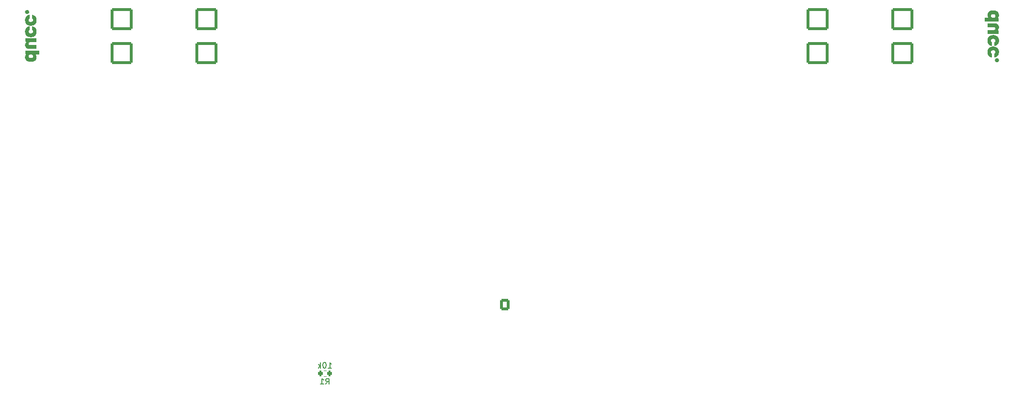
<source format=gbo>
G04 #@! TF.GenerationSoftware,KiCad,Pcbnew,7.0.9*
G04 #@! TF.CreationDate,2023-12-19T12:28:51+08:00*
G04 #@! TF.ProjectId,layer2,6c617965-7232-42e6-9b69-6361645f7063,rev?*
G04 #@! TF.SameCoordinates,Original*
G04 #@! TF.FileFunction,Legend,Bot*
G04 #@! TF.FilePolarity,Positive*
%FSLAX46Y46*%
G04 Gerber Fmt 4.6, Leading zero omitted, Abs format (unit mm)*
G04 Created by KiCad (PCBNEW 7.0.9) date 2023-12-19 12:28:51*
%MOMM*%
%LPD*%
G01*
G04 APERTURE LIST*
G04 Aperture macros list*
%AMRoundRect*
0 Rectangle with rounded corners*
0 $1 Rounding radius*
0 $2 $3 $4 $5 $6 $7 $8 $9 X,Y pos of 4 corners*
0 Add a 4 corners polygon primitive as box body*
4,1,4,$2,$3,$4,$5,$6,$7,$8,$9,$2,$3,0*
0 Add four circle primitives for the rounded corners*
1,1,$1+$1,$2,$3*
1,1,$1+$1,$4,$5*
1,1,$1+$1,$6,$7*
1,1,$1+$1,$8,$9*
0 Add four rect primitives between the rounded corners*
20,1,$1+$1,$2,$3,$4,$5,0*
20,1,$1+$1,$4,$5,$6,$7,0*
20,1,$1+$1,$6,$7,$8,$9,0*
20,1,$1+$1,$8,$9,$2,$3,0*%
%AMHorizOval*
0 Thick line with rounded ends*
0 $1 width*
0 $2 $3 position (X,Y) of the first rounded end (center of the circle)*
0 $4 $5 position (X,Y) of the second rounded end (center of the circle)*
0 Add line between two ends*
20,1,$1,$2,$3,$4,$5,0*
0 Add two circle primitives to create the rounded ends*
1,1,$1,$2,$3*
1,1,$1,$4,$5*%
%AMRotRect*
0 Rectangle, with rotation*
0 The origin of the aperture is its center*
0 $1 length*
0 $2 width*
0 $3 Rotation angle, in degrees counterclockwise*
0 Add horizontal line*
21,1,$1,$2,0,0,$3*%
G04 Aperture macros list end*
%ADD10C,0.250000*%
%ADD11C,0.150000*%
%ADD12C,0.120000*%
%ADD13RotRect,3.000000X3.000000X302.700000*%
%ADD14C,3.000000*%
%ADD15RoundRect,0.250000X-0.600000X-0.750000X0.600000X-0.750000X0.600000X0.750000X-0.600000X0.750000X0*%
%ADD16O,1.700000X2.000000*%
%ADD17RoundRect,0.249999X-1.950001X-1.950001X1.950001X-1.950001X1.950001X1.950001X-1.950001X1.950001X0*%
%ADD18RoundRect,0.250002X-1.699998X-1.699998X1.699998X-1.699998X1.699998X1.699998X-1.699998X1.699998X0*%
%ADD19RoundRect,0.250000X0.285967X-0.896576X0.934238X0.113249X-0.285967X0.896576X-0.934238X-0.113249X0*%
%ADD20HorizOval,1.700000X-0.105190X0.067528X0.105190X-0.067528X0*%
%ADD21C,6.400000*%
%ADD22R,3.000000X3.000000*%
%ADD23C,4.400000*%
%ADD24C,1.400000*%
%ADD25R,3.500000X3.500000*%
%ADD26C,3.500000*%
%ADD27RoundRect,0.200000X-0.200000X-0.275000X0.200000X-0.275000X0.200000X0.275000X-0.200000X0.275000X0*%
G04 APERTURE END LIST*
D10*
G36*
X21463546Y-108255756D02*
G01*
X20771414Y-108253953D01*
X20772449Y-108254892D01*
X20792713Y-108275157D01*
X20812024Y-108297062D01*
X20830380Y-108320609D01*
X20847782Y-108345796D01*
X20864231Y-108372625D01*
X20879725Y-108401095D01*
X20890719Y-108423524D01*
X20901177Y-108446876D01*
X20907758Y-108462721D01*
X20916833Y-108486658D01*
X20924953Y-108510799D01*
X20932117Y-108535144D01*
X20938326Y-108559693D01*
X20943580Y-108584445D01*
X20947879Y-108609402D01*
X20951222Y-108634563D01*
X20953611Y-108659928D01*
X20955043Y-108685496D01*
X20955521Y-108711269D01*
X20954496Y-108759261D01*
X20951419Y-108805999D01*
X20946290Y-108851482D01*
X20939111Y-108895710D01*
X20929880Y-108938684D01*
X20918598Y-108980403D01*
X20905265Y-109020868D01*
X20889881Y-109060078D01*
X20872445Y-109098033D01*
X20852958Y-109134734D01*
X20831420Y-109170180D01*
X20807831Y-109204372D01*
X20782190Y-109237309D01*
X20754498Y-109268991D01*
X20724755Y-109299419D01*
X20692960Y-109328592D01*
X20676364Y-109342642D01*
X20641826Y-109369404D01*
X20605495Y-109394382D01*
X20567371Y-109417575D01*
X20527452Y-109438985D01*
X20485740Y-109458610D01*
X20442234Y-109476451D01*
X20396935Y-109492508D01*
X20373613Y-109499868D01*
X20349842Y-109506781D01*
X20325623Y-109513249D01*
X20300955Y-109519270D01*
X20275839Y-109524845D01*
X20250275Y-109529975D01*
X20224262Y-109534658D01*
X20197801Y-109538895D01*
X20170891Y-109542687D01*
X20143533Y-109546032D01*
X20115726Y-109548931D01*
X20087472Y-109551384D01*
X20058768Y-109553391D01*
X20029617Y-109554952D01*
X20000016Y-109556067D01*
X19969968Y-109556736D01*
X19939471Y-109556959D01*
X19908973Y-109556736D01*
X19878923Y-109556067D01*
X19849320Y-109554952D01*
X19820164Y-109553391D01*
X19791455Y-109551384D01*
X19763194Y-109548931D01*
X19735380Y-109546032D01*
X19708013Y-109542687D01*
X19681093Y-109538895D01*
X19654620Y-109534658D01*
X19628595Y-109529975D01*
X19603017Y-109524845D01*
X19577886Y-109519270D01*
X19553202Y-109513249D01*
X19528966Y-109506781D01*
X19505177Y-109499868D01*
X19458940Y-109484703D01*
X19414492Y-109467754D01*
X19371833Y-109449020D01*
X19330963Y-109428503D01*
X19291881Y-109406202D01*
X19254589Y-109382116D01*
X19219086Y-109356246D01*
X19185371Y-109328592D01*
X19153651Y-109299419D01*
X19123976Y-109268991D01*
X19096349Y-109237309D01*
X19070768Y-109204372D01*
X19047233Y-109170180D01*
X19025745Y-109134734D01*
X19006303Y-109098033D01*
X18988908Y-109060078D01*
X18973560Y-109020868D01*
X18960257Y-108980403D01*
X18949002Y-108938684D01*
X18939793Y-108895710D01*
X18932630Y-108851482D01*
X18927514Y-108805999D01*
X18924444Y-108759261D01*
X18923421Y-108711269D01*
X18924260Y-108672309D01*
X18926779Y-108634504D01*
X18930977Y-108597853D01*
X18935552Y-108570218D01*
X19548682Y-108570218D01*
X19549071Y-108587783D01*
X19551112Y-108613307D01*
X19554903Y-108637843D01*
X19562679Y-108669022D01*
X19573565Y-108698446D01*
X19587561Y-108726114D01*
X19604667Y-108752027D01*
X19624884Y-108776184D01*
X19648211Y-108798585D01*
X19661084Y-108809011D01*
X19681726Y-108823388D01*
X19703967Y-108836252D01*
X19727808Y-108847603D01*
X19753248Y-108857440D01*
X19780287Y-108865764D01*
X19808925Y-108872574D01*
X19839163Y-108877871D01*
X19870999Y-108881654D01*
X19904436Y-108883924D01*
X19939471Y-108884681D01*
X19963003Y-108884345D01*
X19996960Y-108882579D01*
X20029306Y-108879300D01*
X20060043Y-108874508D01*
X20089170Y-108868202D01*
X20116686Y-108860383D01*
X20142593Y-108851050D01*
X20166890Y-108840204D01*
X20189577Y-108827844D01*
X20210653Y-108813972D01*
X20230120Y-108798585D01*
X20248016Y-108781949D01*
X20269139Y-108758230D01*
X20287133Y-108732757D01*
X20301997Y-108705527D01*
X20313733Y-108676543D01*
X20322338Y-108645802D01*
X20326739Y-108621595D01*
X20329379Y-108596401D01*
X20330259Y-108570218D01*
X20329379Y-108544145D01*
X20326739Y-108519049D01*
X20322338Y-108494929D01*
X20313733Y-108464289D01*
X20301997Y-108435386D01*
X20287133Y-108408218D01*
X20269139Y-108382788D01*
X20248016Y-108359093D01*
X20230120Y-108342462D01*
X20217321Y-108331962D01*
X20196781Y-108317483D01*
X20174631Y-108304528D01*
X20150871Y-108293097D01*
X20125501Y-108283190D01*
X20098521Y-108274807D01*
X20069931Y-108267949D01*
X20039731Y-108262614D01*
X20007921Y-108258804D01*
X19974501Y-108256518D01*
X19939471Y-108255756D01*
X19915936Y-108256094D01*
X19881967Y-108257873D01*
X19849597Y-108261175D01*
X19818826Y-108266001D01*
X19789655Y-108272352D01*
X19762083Y-108280226D01*
X19736110Y-108289625D01*
X19711736Y-108300548D01*
X19688962Y-108312995D01*
X19667787Y-108326967D01*
X19648211Y-108342462D01*
X19630424Y-108359093D01*
X19609430Y-108382788D01*
X19591546Y-108408218D01*
X19576772Y-108435386D01*
X19565108Y-108464289D01*
X19556555Y-108494929D01*
X19552181Y-108519049D01*
X19549557Y-108544145D01*
X19548682Y-108570218D01*
X18935552Y-108570218D01*
X18936854Y-108562357D01*
X18944410Y-108528015D01*
X18953646Y-108494827D01*
X18964560Y-108462794D01*
X18977154Y-108431916D01*
X18991427Y-108402192D01*
X19007379Y-108373622D01*
X19025010Y-108346207D01*
X19044321Y-108319946D01*
X19065310Y-108294839D01*
X19087979Y-108270887D01*
X19112327Y-108248090D01*
X19132411Y-108231388D01*
X18962500Y-108180651D01*
X18962500Y-107583477D01*
X21463546Y-107583477D01*
X21463546Y-108255756D01*
G37*
G36*
X18923421Y-106576586D02*
G01*
X18924113Y-106608296D01*
X18926190Y-106639770D01*
X18929651Y-106671007D01*
X18934497Y-106702009D01*
X18940728Y-106732774D01*
X18948343Y-106763303D01*
X18957343Y-106793596D01*
X18967728Y-106823653D01*
X18979497Y-106853474D01*
X18992651Y-106883058D01*
X19002189Y-106902650D01*
X19017822Y-106931383D01*
X19035183Y-106959194D01*
X19054272Y-106986080D01*
X19075090Y-107012044D01*
X19097635Y-107037085D01*
X19121909Y-107061203D01*
X19147910Y-107084398D01*
X19175640Y-107106669D01*
X19205097Y-107128018D01*
X19225696Y-107141738D01*
X19247062Y-107155047D01*
X19258033Y-107161548D01*
X19280538Y-107173970D01*
X19303781Y-107185590D01*
X19327764Y-107196410D01*
X19352487Y-107206427D01*
X19377948Y-107215644D01*
X19404150Y-107224059D01*
X19431090Y-107231672D01*
X19458770Y-107238484D01*
X19487190Y-107244495D01*
X19516349Y-107249704D01*
X19546247Y-107254112D01*
X19576885Y-107257718D01*
X19608262Y-107260523D01*
X19640378Y-107262527D01*
X19673234Y-107263729D01*
X19706830Y-107264130D01*
X20916442Y-107264130D01*
X20916442Y-106591851D01*
X19827119Y-106591851D01*
X19802266Y-106591250D01*
X19770882Y-106588579D01*
X19741501Y-106583770D01*
X19714124Y-106576825D01*
X19688750Y-106567742D01*
X19665380Y-106556522D01*
X19644014Y-106543165D01*
X19624651Y-106527671D01*
X19620123Y-106523463D01*
X19603379Y-106505594D01*
X19585589Y-106481083D01*
X19571287Y-106454157D01*
X19562357Y-106430878D01*
X19555659Y-106406053D01*
X19551194Y-106379682D01*
X19548961Y-106351766D01*
X19548682Y-106337228D01*
X19549799Y-106308568D01*
X19553147Y-106281510D01*
X19558729Y-106256056D01*
X19566543Y-106232204D01*
X19579449Y-106204643D01*
X19595845Y-106179587D01*
X19615728Y-106157035D01*
X19620123Y-106152825D01*
X19638985Y-106137083D01*
X19659851Y-106123439D01*
X19682720Y-106111895D01*
X19707593Y-106102450D01*
X19734469Y-106095103D01*
X19763349Y-106089856D01*
X19794232Y-106086707D01*
X19818710Y-106085724D01*
X19827119Y-106085658D01*
X20916442Y-106085658D01*
X20916442Y-105413990D01*
X18962500Y-105413990D01*
X18962500Y-106010553D01*
X19138354Y-106063676D01*
X19138354Y-106057570D01*
X19112327Y-106083139D01*
X19087979Y-106109624D01*
X19065310Y-106137025D01*
X19044321Y-106165342D01*
X19025010Y-106194575D01*
X19007379Y-106224724D01*
X18991427Y-106255788D01*
X18977154Y-106287769D01*
X18964560Y-106320665D01*
X18953646Y-106354478D01*
X18944410Y-106389206D01*
X18936854Y-106424850D01*
X18930977Y-106461410D01*
X18926779Y-106498886D01*
X18924260Y-106537278D01*
X18923421Y-106576586D01*
G37*
G36*
X18923421Y-104195829D02*
G01*
X18923678Y-104225194D01*
X18924451Y-104254137D01*
X18925739Y-104282658D01*
X18927542Y-104310757D01*
X18929861Y-104338433D01*
X18932694Y-104365687D01*
X18936043Y-104392520D01*
X18939907Y-104418930D01*
X18944286Y-104444917D01*
X18949181Y-104470483D01*
X18954590Y-104495626D01*
X18960515Y-104520348D01*
X18966955Y-104544647D01*
X18973910Y-104568524D01*
X18981381Y-104591978D01*
X18997867Y-104637621D01*
X19016414Y-104681575D01*
X19037022Y-104723841D01*
X19059691Y-104764417D01*
X19084421Y-104803306D01*
X19111211Y-104840505D01*
X19140062Y-104876015D01*
X19170974Y-104909837D01*
X19187203Y-104926115D01*
X19221053Y-104957170D01*
X19256659Y-104986222D01*
X19294021Y-105013270D01*
X19333138Y-105038314D01*
X19374011Y-105061355D01*
X19416639Y-105082392D01*
X19461022Y-105101426D01*
X19483872Y-105110192D01*
X19507161Y-105118456D01*
X19530889Y-105126220D01*
X19555056Y-105133483D01*
X19579661Y-105140245D01*
X19604706Y-105146506D01*
X19630189Y-105152266D01*
X19656111Y-105157526D01*
X19682472Y-105162284D01*
X19709272Y-105166542D01*
X19736511Y-105170298D01*
X19764188Y-105173554D01*
X19792305Y-105176309D01*
X19820860Y-105178563D01*
X19849855Y-105180316D01*
X19879288Y-105181568D01*
X19909160Y-105182320D01*
X19939471Y-105182570D01*
X19969782Y-105182320D01*
X19999654Y-105181568D01*
X20029087Y-105180316D01*
X20058081Y-105178563D01*
X20086637Y-105176309D01*
X20114753Y-105173554D01*
X20142431Y-105170298D01*
X20169670Y-105166542D01*
X20196470Y-105162284D01*
X20222831Y-105157526D01*
X20248753Y-105152266D01*
X20274236Y-105146506D01*
X20299281Y-105140245D01*
X20323886Y-105133483D01*
X20348053Y-105126220D01*
X20371781Y-105118456D01*
X20395070Y-105110192D01*
X20417920Y-105101426D01*
X20462303Y-105082392D01*
X20504931Y-105061355D01*
X20545804Y-105038314D01*
X20584921Y-105013270D01*
X20622282Y-104986222D01*
X20657888Y-104957170D01*
X20691739Y-104926115D01*
X20723681Y-104893138D01*
X20753563Y-104858471D01*
X20781384Y-104822116D01*
X20807144Y-104784073D01*
X20830843Y-104744340D01*
X20852481Y-104702919D01*
X20872059Y-104659809D01*
X20889576Y-104615011D01*
X20905032Y-104568524D01*
X20911987Y-104544647D01*
X20918427Y-104520348D01*
X20924352Y-104495626D01*
X20929761Y-104470483D01*
X20934656Y-104444917D01*
X20939035Y-104418930D01*
X20942899Y-104392520D01*
X20946248Y-104365687D01*
X20949081Y-104338433D01*
X20951400Y-104310757D01*
X20953203Y-104282658D01*
X20954491Y-104254137D01*
X20955264Y-104225194D01*
X20955521Y-104195829D01*
X20955056Y-104158577D01*
X20953661Y-104122079D01*
X20951335Y-104086335D01*
X20948079Y-104051344D01*
X20943893Y-104017107D01*
X20938777Y-103983624D01*
X20932731Y-103950894D01*
X20925754Y-103918919D01*
X20917847Y-103887697D01*
X20909010Y-103857228D01*
X20899243Y-103827514D01*
X20888545Y-103798553D01*
X20876917Y-103770346D01*
X20864359Y-103742892D01*
X20850871Y-103716192D01*
X20836453Y-103690246D01*
X20821328Y-103665061D01*
X20805722Y-103640644D01*
X20789634Y-103616995D01*
X20773064Y-103594114D01*
X20756012Y-103572001D01*
X20738479Y-103550656D01*
X20720464Y-103530079D01*
X20701967Y-103510270D01*
X20682988Y-103491229D01*
X20663527Y-103472956D01*
X20643584Y-103455451D01*
X20623160Y-103438714D01*
X20602254Y-103422746D01*
X20580866Y-103407545D01*
X20558996Y-103393112D01*
X20536645Y-103379447D01*
X20513895Y-103366458D01*
X20490830Y-103354050D01*
X20467450Y-103342224D01*
X20443756Y-103330980D01*
X20419747Y-103320319D01*
X20395423Y-103310239D01*
X20370784Y-103300741D01*
X20345830Y-103291825D01*
X20320561Y-103283491D01*
X20294978Y-103275739D01*
X20269079Y-103268570D01*
X20242866Y-103261982D01*
X20216338Y-103255976D01*
X20189495Y-103250552D01*
X20162338Y-103245710D01*
X20134865Y-103241450D01*
X20134865Y-103910065D01*
X20159766Y-103921733D01*
X20182874Y-103934146D01*
X20204188Y-103947302D01*
X20228308Y-103964795D01*
X20249626Y-103983450D01*
X20268141Y-104003268D01*
X20283853Y-104024248D01*
X20297222Y-104047063D01*
X20308325Y-104072381D01*
X20317162Y-104100205D01*
X20322601Y-104124266D01*
X20326589Y-104149931D01*
X20329126Y-104177198D01*
X20330214Y-104206069D01*
X20330259Y-104213537D01*
X20328695Y-104244907D01*
X20324001Y-104274903D01*
X20316177Y-104303525D01*
X20305225Y-104330773D01*
X20291142Y-104356648D01*
X20273931Y-104381148D01*
X20253590Y-104404275D01*
X20230120Y-104426028D01*
X20210653Y-104441087D01*
X20189577Y-104454664D01*
X20166890Y-104466761D01*
X20142593Y-104477376D01*
X20116686Y-104486510D01*
X20089170Y-104494163D01*
X20060043Y-104500335D01*
X20029306Y-104505025D01*
X19996960Y-104508234D01*
X19963003Y-104509962D01*
X19939471Y-104510292D01*
X19904436Y-104509551D01*
X19870999Y-104507329D01*
X19839163Y-104503626D01*
X19808925Y-104498442D01*
X19780287Y-104491777D01*
X19753248Y-104483630D01*
X19727808Y-104474002D01*
X19703967Y-104462893D01*
X19681726Y-104450303D01*
X19661084Y-104436232D01*
X19648211Y-104426028D01*
X19624884Y-104404275D01*
X19604667Y-104381148D01*
X19587561Y-104356648D01*
X19573565Y-104330773D01*
X19562679Y-104303525D01*
X19554903Y-104274903D01*
X19550237Y-104244907D01*
X19548682Y-104213537D01*
X19549398Y-104184266D01*
X19551545Y-104156597D01*
X19555122Y-104130532D01*
X19560131Y-104106070D01*
X19568405Y-104077746D01*
X19578915Y-104051926D01*
X19591660Y-104028611D01*
X19594478Y-104024248D01*
X19610366Y-104003268D01*
X19629027Y-103983450D01*
X19650461Y-103964795D01*
X19674668Y-103947302D01*
X19696029Y-103934146D01*
X19719166Y-103921733D01*
X19744077Y-103910065D01*
X19744077Y-103241450D01*
X19716604Y-103245710D01*
X19689446Y-103250552D01*
X19662603Y-103255976D01*
X19636075Y-103261982D01*
X19609862Y-103268570D01*
X19583964Y-103275739D01*
X19558380Y-103283491D01*
X19533112Y-103291825D01*
X19508158Y-103300741D01*
X19483519Y-103310239D01*
X19459195Y-103320319D01*
X19435186Y-103330980D01*
X19411491Y-103342224D01*
X19388112Y-103354050D01*
X19365047Y-103366458D01*
X19342297Y-103379447D01*
X19319946Y-103393112D01*
X19298076Y-103407545D01*
X19276688Y-103422746D01*
X19255782Y-103438714D01*
X19235357Y-103455451D01*
X19215415Y-103472956D01*
X19195954Y-103491229D01*
X19176975Y-103510270D01*
X19158478Y-103530079D01*
X19140463Y-103550656D01*
X19122929Y-103572001D01*
X19105878Y-103594114D01*
X19089308Y-103616995D01*
X19073220Y-103640644D01*
X19057613Y-103665061D01*
X19042489Y-103690246D01*
X19028071Y-103716192D01*
X19014582Y-103742892D01*
X19002024Y-103770346D01*
X18990397Y-103798553D01*
X18979699Y-103827514D01*
X18969932Y-103857228D01*
X18961095Y-103887697D01*
X18953188Y-103918919D01*
X18946211Y-103950894D01*
X18940165Y-103983624D01*
X18935048Y-104017107D01*
X18930862Y-104051344D01*
X18927607Y-104086335D01*
X18925281Y-104122079D01*
X18923886Y-104158577D01*
X18923421Y-104195829D01*
G37*
G36*
X18923421Y-102166171D02*
G01*
X18923678Y-102195536D01*
X18924451Y-102224479D01*
X18925739Y-102253000D01*
X18927542Y-102281099D01*
X18929861Y-102308775D01*
X18932694Y-102336029D01*
X18936043Y-102362862D01*
X18939907Y-102389271D01*
X18944286Y-102415259D01*
X18949181Y-102440825D01*
X18954590Y-102465968D01*
X18960515Y-102490690D01*
X18966955Y-102514989D01*
X18973910Y-102538865D01*
X18981381Y-102562320D01*
X18997867Y-102607963D01*
X19016414Y-102651917D01*
X19037022Y-102694183D01*
X19059691Y-102734759D01*
X19084421Y-102773647D01*
X19111211Y-102810847D01*
X19140062Y-102846357D01*
X19170974Y-102880179D01*
X19187203Y-102896457D01*
X19221053Y-102927512D01*
X19256659Y-102956564D01*
X19294021Y-102983612D01*
X19333138Y-103008656D01*
X19374011Y-103031697D01*
X19416639Y-103052734D01*
X19461022Y-103071768D01*
X19483872Y-103080534D01*
X19507161Y-103088798D01*
X19530889Y-103096562D01*
X19555056Y-103103825D01*
X19579661Y-103110587D01*
X19604706Y-103116848D01*
X19630189Y-103122608D01*
X19656111Y-103127868D01*
X19682472Y-103132626D01*
X19709272Y-103136884D01*
X19736511Y-103140640D01*
X19764188Y-103143896D01*
X19792305Y-103146651D01*
X19820860Y-103148905D01*
X19849855Y-103150658D01*
X19879288Y-103151910D01*
X19909160Y-103152662D01*
X19939471Y-103152912D01*
X19969782Y-103152662D01*
X19999654Y-103151910D01*
X20029087Y-103150658D01*
X20058081Y-103148905D01*
X20086637Y-103146651D01*
X20114753Y-103143896D01*
X20142431Y-103140640D01*
X20169670Y-103136884D01*
X20196470Y-103132626D01*
X20222831Y-103127868D01*
X20248753Y-103122608D01*
X20274236Y-103116848D01*
X20299281Y-103110587D01*
X20323886Y-103103825D01*
X20348053Y-103096562D01*
X20371781Y-103088798D01*
X20395070Y-103080534D01*
X20417920Y-103071768D01*
X20462303Y-103052734D01*
X20504931Y-103031697D01*
X20545804Y-103008656D01*
X20584921Y-102983612D01*
X20622282Y-102956564D01*
X20657888Y-102927512D01*
X20691739Y-102896457D01*
X20723681Y-102863479D01*
X20753563Y-102828813D01*
X20781384Y-102792458D01*
X20807144Y-102754415D01*
X20830843Y-102714682D01*
X20852481Y-102673261D01*
X20872059Y-102630151D01*
X20889576Y-102585353D01*
X20905032Y-102538865D01*
X20911987Y-102514989D01*
X20918427Y-102490690D01*
X20924352Y-102465968D01*
X20929761Y-102440825D01*
X20934656Y-102415259D01*
X20939035Y-102389271D01*
X20942899Y-102362862D01*
X20946248Y-102336029D01*
X20949081Y-102308775D01*
X20951400Y-102281099D01*
X20953203Y-102253000D01*
X20954491Y-102224479D01*
X20955264Y-102195536D01*
X20955521Y-102166171D01*
X20955056Y-102128919D01*
X20953661Y-102092421D01*
X20951335Y-102056677D01*
X20948079Y-102021686D01*
X20943893Y-101987449D01*
X20938777Y-101953966D01*
X20932731Y-101921236D01*
X20925754Y-101889261D01*
X20917847Y-101858039D01*
X20909010Y-101827570D01*
X20899243Y-101797856D01*
X20888545Y-101768895D01*
X20876917Y-101740687D01*
X20864359Y-101713234D01*
X20850871Y-101686534D01*
X20836453Y-101660588D01*
X20821328Y-101635403D01*
X20805722Y-101610986D01*
X20789634Y-101587337D01*
X20773064Y-101564456D01*
X20756012Y-101542343D01*
X20738479Y-101520998D01*
X20720464Y-101500421D01*
X20701967Y-101480612D01*
X20682988Y-101461571D01*
X20663527Y-101443298D01*
X20643584Y-101425793D01*
X20623160Y-101409056D01*
X20602254Y-101393087D01*
X20580866Y-101377887D01*
X20558996Y-101363454D01*
X20536645Y-101349789D01*
X20513895Y-101336799D01*
X20490830Y-101324392D01*
X20467450Y-101312566D01*
X20443756Y-101301322D01*
X20419747Y-101290660D01*
X20395423Y-101280581D01*
X20370784Y-101271083D01*
X20345830Y-101262167D01*
X20320561Y-101253833D01*
X20294978Y-101246081D01*
X20269079Y-101238912D01*
X20242866Y-101232324D01*
X20216338Y-101226318D01*
X20189495Y-101220894D01*
X20162338Y-101216052D01*
X20134865Y-101211792D01*
X20134865Y-101880407D01*
X20159766Y-101892075D01*
X20182874Y-101904488D01*
X20204188Y-101917644D01*
X20228308Y-101935137D01*
X20249626Y-101953792D01*
X20268141Y-101973610D01*
X20283853Y-101994590D01*
X20297222Y-102017405D01*
X20308325Y-102042723D01*
X20317162Y-102070546D01*
X20322601Y-102094608D01*
X20326589Y-102120273D01*
X20329126Y-102147540D01*
X20330214Y-102176411D01*
X20330259Y-102183879D01*
X20328695Y-102215248D01*
X20324001Y-102245245D01*
X20316177Y-102273867D01*
X20305225Y-102301115D01*
X20291142Y-102326990D01*
X20273931Y-102351490D01*
X20253590Y-102374617D01*
X20230120Y-102396370D01*
X20210653Y-102411429D01*
X20189577Y-102425006D01*
X20166890Y-102437103D01*
X20142593Y-102447718D01*
X20116686Y-102456852D01*
X20089170Y-102464505D01*
X20060043Y-102470677D01*
X20029306Y-102475367D01*
X19996960Y-102478576D01*
X19963003Y-102480304D01*
X19939471Y-102480634D01*
X19904436Y-102479893D01*
X19870999Y-102477671D01*
X19839163Y-102473968D01*
X19808925Y-102468784D01*
X19780287Y-102462119D01*
X19753248Y-102453972D01*
X19727808Y-102444344D01*
X19703967Y-102433235D01*
X19681726Y-102420645D01*
X19661084Y-102406574D01*
X19648211Y-102396370D01*
X19624884Y-102374617D01*
X19604667Y-102351490D01*
X19587561Y-102326990D01*
X19573565Y-102301115D01*
X19562679Y-102273867D01*
X19554903Y-102245245D01*
X19550237Y-102215248D01*
X19548682Y-102183879D01*
X19549398Y-102154608D01*
X19551545Y-102126939D01*
X19555122Y-102100874D01*
X19560131Y-102076412D01*
X19568405Y-102048088D01*
X19578915Y-102022268D01*
X19591660Y-101998953D01*
X19594478Y-101994590D01*
X19610366Y-101973610D01*
X19629027Y-101953792D01*
X19650461Y-101935137D01*
X19674668Y-101917644D01*
X19696029Y-101904488D01*
X19719166Y-101892075D01*
X19744077Y-101880407D01*
X19744077Y-101211792D01*
X19716604Y-101216052D01*
X19689446Y-101220894D01*
X19662603Y-101226318D01*
X19636075Y-101232324D01*
X19609862Y-101238912D01*
X19583964Y-101246081D01*
X19558380Y-101253833D01*
X19533112Y-101262167D01*
X19508158Y-101271083D01*
X19483519Y-101280581D01*
X19459195Y-101290660D01*
X19435186Y-101301322D01*
X19411491Y-101312566D01*
X19388112Y-101324392D01*
X19365047Y-101336799D01*
X19342297Y-101349789D01*
X19319946Y-101363454D01*
X19298076Y-101377887D01*
X19276688Y-101393087D01*
X19255782Y-101409056D01*
X19235357Y-101425793D01*
X19215415Y-101443298D01*
X19195954Y-101461571D01*
X19176975Y-101480612D01*
X19158478Y-101500421D01*
X19140463Y-101520998D01*
X19122929Y-101542343D01*
X19105878Y-101564456D01*
X19089308Y-101587337D01*
X19073220Y-101610986D01*
X19057613Y-101635403D01*
X19042489Y-101660588D01*
X19028071Y-101686534D01*
X19014582Y-101713234D01*
X19002024Y-101740687D01*
X18990397Y-101768895D01*
X18979699Y-101797856D01*
X18969932Y-101827570D01*
X18961095Y-101858039D01*
X18953188Y-101889261D01*
X18946211Y-101921236D01*
X18940165Y-101953966D01*
X18935048Y-101987449D01*
X18930862Y-102021686D01*
X18927607Y-102056677D01*
X18925281Y-102092421D01*
X18923886Y-102128919D01*
X18923421Y-102166171D01*
G37*
G36*
X18923421Y-100736129D02*
G01*
X18924295Y-100761741D01*
X18926920Y-100786826D01*
X18931294Y-100811386D01*
X18937417Y-100835419D01*
X18945290Y-100858927D01*
X18954912Y-100881909D01*
X18966284Y-100904365D01*
X18979406Y-100926295D01*
X18994277Y-100947699D01*
X19010897Y-100968577D01*
X19022950Y-100982204D01*
X19042182Y-101001409D01*
X19062327Y-101018726D01*
X19083384Y-101034153D01*
X19105353Y-101047691D01*
X19128235Y-101059341D01*
X19152029Y-101069101D01*
X19176735Y-101076972D01*
X19202354Y-101082954D01*
X19228885Y-101087047D01*
X19256328Y-101089251D01*
X19275130Y-101089671D01*
X19303177Y-101088726D01*
X19330300Y-101085892D01*
X19356500Y-101081170D01*
X19381777Y-101074558D01*
X19406131Y-101066057D01*
X19429561Y-101055667D01*
X19452069Y-101043388D01*
X19473654Y-101029220D01*
X19494316Y-101013163D01*
X19514054Y-100995217D01*
X19526700Y-100982204D01*
X19544597Y-100961676D01*
X19560732Y-100940623D01*
X19575108Y-100919043D01*
X19587723Y-100896938D01*
X19598578Y-100874307D01*
X19607673Y-100851150D01*
X19615007Y-100827467D01*
X19620581Y-100803258D01*
X19624395Y-100778523D01*
X19626449Y-100753262D01*
X19626840Y-100736129D01*
X19625960Y-100710523D01*
X19623320Y-100685453D01*
X19618919Y-100660921D01*
X19612758Y-100636924D01*
X19604837Y-100613465D01*
X19595155Y-100590542D01*
X19583714Y-100568156D01*
X19570512Y-100546307D01*
X19555549Y-100524994D01*
X19538827Y-100504218D01*
X19526700Y-100490665D01*
X19507577Y-100471350D01*
X19487531Y-100453936D01*
X19466562Y-100438421D01*
X19444669Y-100424805D01*
X19421854Y-100413090D01*
X19398115Y-100403274D01*
X19373454Y-100395358D01*
X19347869Y-100389342D01*
X19321361Y-100385226D01*
X19293930Y-100383010D01*
X19275130Y-100382588D01*
X19247079Y-100383537D01*
X19219940Y-100386387D01*
X19193713Y-100391137D01*
X19168398Y-100397786D01*
X19143996Y-100406335D01*
X19120506Y-100416784D01*
X19097928Y-100429133D01*
X19076263Y-100443381D01*
X19055510Y-100459529D01*
X19035670Y-100477577D01*
X19022950Y-100490665D01*
X19005163Y-100511083D01*
X18989125Y-100532038D01*
X18974837Y-100553530D01*
X18962299Y-100575558D01*
X18951510Y-100598123D01*
X18942471Y-100621225D01*
X18935181Y-100644864D01*
X18929641Y-100669039D01*
X18925851Y-100693750D01*
X18923809Y-100718999D01*
X18923421Y-100736129D01*
G37*
G36*
X190091026Y-100443263D02*
G01*
X190121076Y-100443932D01*
X190150679Y-100445047D01*
X190179835Y-100446608D01*
X190208544Y-100448615D01*
X190236805Y-100451068D01*
X190264619Y-100453967D01*
X190291986Y-100457312D01*
X190318906Y-100461104D01*
X190345379Y-100465341D01*
X190371404Y-100470024D01*
X190396982Y-100475154D01*
X190422113Y-100480729D01*
X190446797Y-100486750D01*
X190471033Y-100493218D01*
X190494822Y-100500131D01*
X190541059Y-100515296D01*
X190585507Y-100532245D01*
X190628166Y-100550979D01*
X190669036Y-100571496D01*
X190708118Y-100593797D01*
X190745410Y-100617883D01*
X190780913Y-100643753D01*
X190814628Y-100671407D01*
X190846348Y-100700580D01*
X190876023Y-100731008D01*
X190903650Y-100762690D01*
X190929231Y-100795627D01*
X190952766Y-100829819D01*
X190974254Y-100865265D01*
X190993696Y-100901966D01*
X191011091Y-100939921D01*
X191026439Y-100979131D01*
X191039742Y-101019596D01*
X191050997Y-101061315D01*
X191060206Y-101104289D01*
X191067369Y-101148517D01*
X191072485Y-101194000D01*
X191075555Y-101240738D01*
X191076578Y-101288730D01*
X191075739Y-101327690D01*
X191073220Y-101365495D01*
X191069022Y-101402146D01*
X191063145Y-101437642D01*
X191055589Y-101471984D01*
X191046353Y-101505172D01*
X191035439Y-101537205D01*
X191022845Y-101568083D01*
X191008572Y-101597807D01*
X190992620Y-101626377D01*
X190974989Y-101653792D01*
X190955678Y-101680053D01*
X190934689Y-101705160D01*
X190912020Y-101729112D01*
X190887672Y-101751909D01*
X190867587Y-101768610D01*
X191037500Y-101819348D01*
X191037500Y-102416522D01*
X188536453Y-102416522D01*
X188536453Y-101744243D01*
X189228584Y-101746045D01*
X189227550Y-101745107D01*
X189207286Y-101724842D01*
X189187975Y-101702937D01*
X189169619Y-101679390D01*
X189152217Y-101654203D01*
X189135768Y-101627374D01*
X189120274Y-101598904D01*
X189109280Y-101576475D01*
X189098822Y-101553123D01*
X189092241Y-101537278D01*
X189083166Y-101513341D01*
X189075046Y-101489200D01*
X189067882Y-101464855D01*
X189061673Y-101440306D01*
X189059439Y-101429781D01*
X189669740Y-101429781D01*
X189670620Y-101455854D01*
X189673260Y-101480950D01*
X189677661Y-101505070D01*
X189686266Y-101535710D01*
X189698002Y-101564613D01*
X189712866Y-101591781D01*
X189730860Y-101617211D01*
X189751983Y-101640906D01*
X189769879Y-101657537D01*
X189782678Y-101668037D01*
X189803218Y-101682516D01*
X189825368Y-101695471D01*
X189849128Y-101706902D01*
X189874498Y-101716809D01*
X189901478Y-101725192D01*
X189930068Y-101732050D01*
X189960268Y-101737385D01*
X189992078Y-101741195D01*
X190025498Y-101743481D01*
X190060528Y-101744243D01*
X190084063Y-101743905D01*
X190118032Y-101742126D01*
X190150402Y-101738824D01*
X190181173Y-101733998D01*
X190210344Y-101727647D01*
X190237916Y-101719773D01*
X190263889Y-101710374D01*
X190288263Y-101699451D01*
X190311037Y-101687004D01*
X190332212Y-101673032D01*
X190351788Y-101657537D01*
X190369575Y-101640906D01*
X190390569Y-101617211D01*
X190408453Y-101591781D01*
X190423227Y-101564613D01*
X190434891Y-101535710D01*
X190443444Y-101505070D01*
X190447818Y-101480950D01*
X190450442Y-101455854D01*
X190451317Y-101429781D01*
X190450928Y-101412216D01*
X190448887Y-101386692D01*
X190445096Y-101362156D01*
X190437320Y-101330977D01*
X190426434Y-101301553D01*
X190412438Y-101273885D01*
X190395332Y-101247972D01*
X190375115Y-101223815D01*
X190351788Y-101201414D01*
X190338915Y-101190988D01*
X190318273Y-101176611D01*
X190296032Y-101163747D01*
X190272191Y-101152396D01*
X190246751Y-101142559D01*
X190219712Y-101134235D01*
X190191074Y-101127425D01*
X190160836Y-101122128D01*
X190129000Y-101118345D01*
X190095563Y-101116075D01*
X190060528Y-101115318D01*
X190036996Y-101115654D01*
X190003039Y-101117420D01*
X189970693Y-101120699D01*
X189939956Y-101125491D01*
X189910829Y-101131797D01*
X189883313Y-101139616D01*
X189857406Y-101148949D01*
X189833109Y-101159795D01*
X189810422Y-101172155D01*
X189789346Y-101186027D01*
X189769879Y-101201414D01*
X189751983Y-101218050D01*
X189730860Y-101241769D01*
X189712866Y-101267242D01*
X189698002Y-101294472D01*
X189686266Y-101323456D01*
X189677661Y-101354197D01*
X189673260Y-101378404D01*
X189670620Y-101403598D01*
X189669740Y-101429781D01*
X189059439Y-101429781D01*
X189056419Y-101415554D01*
X189052120Y-101390597D01*
X189048777Y-101365436D01*
X189046388Y-101340071D01*
X189044956Y-101314503D01*
X189044478Y-101288730D01*
X189045503Y-101240738D01*
X189048580Y-101194000D01*
X189053709Y-101148517D01*
X189060888Y-101104289D01*
X189070119Y-101061315D01*
X189081401Y-101019596D01*
X189094734Y-100979131D01*
X189110118Y-100939921D01*
X189127554Y-100901966D01*
X189147041Y-100865265D01*
X189168579Y-100829819D01*
X189192168Y-100795627D01*
X189217809Y-100762690D01*
X189245501Y-100731008D01*
X189275244Y-100700580D01*
X189307039Y-100671407D01*
X189323635Y-100657357D01*
X189358173Y-100630595D01*
X189394504Y-100605617D01*
X189432628Y-100582424D01*
X189472547Y-100561014D01*
X189514259Y-100541389D01*
X189557765Y-100523548D01*
X189603064Y-100507491D01*
X189626386Y-100500131D01*
X189650157Y-100493218D01*
X189674376Y-100486750D01*
X189699044Y-100480729D01*
X189724160Y-100475154D01*
X189749724Y-100470024D01*
X189775737Y-100465341D01*
X189802198Y-100461104D01*
X189829108Y-100457312D01*
X189856466Y-100453967D01*
X189884273Y-100451068D01*
X189912527Y-100448615D01*
X189941231Y-100446608D01*
X189970382Y-100445047D01*
X189999983Y-100443932D01*
X190030031Y-100443263D01*
X190060528Y-100443040D01*
X190091026Y-100443263D01*
G37*
G36*
X191076578Y-103423413D02*
G01*
X191075886Y-103391703D01*
X191073809Y-103360229D01*
X191070348Y-103328992D01*
X191065502Y-103297990D01*
X191059271Y-103267225D01*
X191051656Y-103236696D01*
X191042656Y-103206403D01*
X191032271Y-103176346D01*
X191020502Y-103146525D01*
X191007348Y-103116941D01*
X190997810Y-103097349D01*
X190982177Y-103068616D01*
X190964816Y-103040805D01*
X190945727Y-103013919D01*
X190924909Y-102987955D01*
X190902364Y-102962914D01*
X190878090Y-102938796D01*
X190852089Y-102915601D01*
X190824359Y-102893330D01*
X190794902Y-102871981D01*
X190774303Y-102858261D01*
X190752937Y-102844952D01*
X190741966Y-102838451D01*
X190719461Y-102826029D01*
X190696218Y-102814409D01*
X190672235Y-102803589D01*
X190647512Y-102793572D01*
X190622051Y-102784355D01*
X190595849Y-102775940D01*
X190568909Y-102768327D01*
X190541229Y-102761515D01*
X190512809Y-102755504D01*
X190483650Y-102750295D01*
X190453752Y-102745887D01*
X190423114Y-102742281D01*
X190391737Y-102739476D01*
X190359621Y-102737472D01*
X190326765Y-102736270D01*
X190293169Y-102735869D01*
X189083557Y-102735869D01*
X189083557Y-103408148D01*
X190172880Y-103408148D01*
X190197733Y-103408749D01*
X190229117Y-103411420D01*
X190258498Y-103416229D01*
X190285875Y-103423174D01*
X190311249Y-103432257D01*
X190334619Y-103443477D01*
X190355985Y-103456834D01*
X190375348Y-103472328D01*
X190379876Y-103476536D01*
X190396620Y-103494405D01*
X190414410Y-103518916D01*
X190428712Y-103545842D01*
X190437642Y-103569121D01*
X190444340Y-103593946D01*
X190448805Y-103620317D01*
X190451038Y-103648233D01*
X190451317Y-103662771D01*
X190450200Y-103691431D01*
X190446852Y-103718489D01*
X190441270Y-103743943D01*
X190433456Y-103767795D01*
X190420550Y-103795356D01*
X190404154Y-103820412D01*
X190384271Y-103842964D01*
X190379876Y-103847174D01*
X190361014Y-103862916D01*
X190340148Y-103876560D01*
X190317279Y-103888104D01*
X190292406Y-103897549D01*
X190265530Y-103904896D01*
X190236650Y-103910143D01*
X190205767Y-103913292D01*
X190181289Y-103914275D01*
X190172880Y-103914341D01*
X189083557Y-103914341D01*
X189083557Y-104586009D01*
X191037500Y-104586009D01*
X191037500Y-103989446D01*
X190861645Y-103936323D01*
X190861645Y-103942429D01*
X190887672Y-103916860D01*
X190912020Y-103890375D01*
X190934689Y-103862974D01*
X190955678Y-103834657D01*
X190974989Y-103805424D01*
X190992620Y-103775275D01*
X191008572Y-103744211D01*
X191022845Y-103712230D01*
X191035439Y-103679334D01*
X191046353Y-103645521D01*
X191055589Y-103610793D01*
X191063145Y-103575149D01*
X191069022Y-103538589D01*
X191073220Y-103501113D01*
X191075739Y-103462721D01*
X191076578Y-103423413D01*
G37*
G36*
X191076578Y-105804170D02*
G01*
X191076321Y-105774805D01*
X191075548Y-105745862D01*
X191074260Y-105717341D01*
X191072457Y-105689242D01*
X191070138Y-105661566D01*
X191067305Y-105634312D01*
X191063956Y-105607479D01*
X191060092Y-105581069D01*
X191055713Y-105555082D01*
X191050818Y-105529516D01*
X191045409Y-105504373D01*
X191039484Y-105479651D01*
X191033044Y-105455352D01*
X191026089Y-105431475D01*
X191018618Y-105408021D01*
X191002132Y-105362378D01*
X190983585Y-105318424D01*
X190962977Y-105276158D01*
X190940308Y-105235582D01*
X190915578Y-105196693D01*
X190888788Y-105159494D01*
X190859937Y-105123984D01*
X190829025Y-105090162D01*
X190812796Y-105073884D01*
X190778946Y-105042829D01*
X190743340Y-105013777D01*
X190705978Y-104986729D01*
X190666861Y-104961685D01*
X190625988Y-104938644D01*
X190583360Y-104917607D01*
X190538977Y-104898573D01*
X190516127Y-104889807D01*
X190492838Y-104881543D01*
X190469110Y-104873779D01*
X190444943Y-104866516D01*
X190420338Y-104859754D01*
X190395293Y-104853493D01*
X190369810Y-104847733D01*
X190343888Y-104842473D01*
X190317527Y-104837715D01*
X190290727Y-104833457D01*
X190263488Y-104829701D01*
X190235811Y-104826445D01*
X190207694Y-104823690D01*
X190179139Y-104821436D01*
X190150144Y-104819683D01*
X190120711Y-104818431D01*
X190090839Y-104817679D01*
X190060528Y-104817429D01*
X190030217Y-104817679D01*
X190000345Y-104818431D01*
X189970912Y-104819683D01*
X189941918Y-104821436D01*
X189913362Y-104823690D01*
X189885246Y-104826445D01*
X189857568Y-104829701D01*
X189830329Y-104833457D01*
X189803529Y-104837715D01*
X189777168Y-104842473D01*
X189751246Y-104847733D01*
X189725763Y-104853493D01*
X189700718Y-104859754D01*
X189676113Y-104866516D01*
X189651946Y-104873779D01*
X189628218Y-104881543D01*
X189604929Y-104889807D01*
X189582079Y-104898573D01*
X189537696Y-104917607D01*
X189495068Y-104938644D01*
X189454195Y-104961685D01*
X189415078Y-104986729D01*
X189377717Y-105013777D01*
X189342111Y-105042829D01*
X189308260Y-105073884D01*
X189276318Y-105106861D01*
X189246436Y-105141528D01*
X189218615Y-105177883D01*
X189192855Y-105215926D01*
X189169156Y-105255659D01*
X189147518Y-105297080D01*
X189127940Y-105340190D01*
X189110423Y-105384988D01*
X189094967Y-105431475D01*
X189088012Y-105455352D01*
X189081572Y-105479651D01*
X189075647Y-105504373D01*
X189070238Y-105529516D01*
X189065343Y-105555082D01*
X189060964Y-105581069D01*
X189057100Y-105607479D01*
X189053751Y-105634312D01*
X189050918Y-105661566D01*
X189048599Y-105689242D01*
X189046796Y-105717341D01*
X189045508Y-105745862D01*
X189044735Y-105774805D01*
X189044478Y-105804170D01*
X189044943Y-105841422D01*
X189046338Y-105877920D01*
X189048664Y-105913664D01*
X189051920Y-105948655D01*
X189056106Y-105982892D01*
X189061222Y-106016375D01*
X189067268Y-106049105D01*
X189074245Y-106081080D01*
X189082152Y-106112302D01*
X189090989Y-106142771D01*
X189100756Y-106172485D01*
X189111454Y-106201446D01*
X189123082Y-106229653D01*
X189135640Y-106257107D01*
X189149128Y-106283807D01*
X189163546Y-106309753D01*
X189178671Y-106334938D01*
X189194277Y-106359355D01*
X189210365Y-106383004D01*
X189226935Y-106405885D01*
X189243987Y-106427998D01*
X189261520Y-106449343D01*
X189279535Y-106469920D01*
X189298032Y-106489729D01*
X189317011Y-106508770D01*
X189336472Y-106527043D01*
X189356415Y-106544548D01*
X189376839Y-106561285D01*
X189397745Y-106577253D01*
X189419133Y-106592454D01*
X189441003Y-106606887D01*
X189463354Y-106620552D01*
X189486104Y-106633541D01*
X189509169Y-106645949D01*
X189532549Y-106657775D01*
X189556243Y-106669019D01*
X189580252Y-106679680D01*
X189604576Y-106689760D01*
X189629215Y-106699258D01*
X189654169Y-106708174D01*
X189679438Y-106716508D01*
X189705021Y-106724260D01*
X189730920Y-106731429D01*
X189757133Y-106738017D01*
X189783661Y-106744023D01*
X189810504Y-106749447D01*
X189837661Y-106754289D01*
X189865134Y-106758549D01*
X189865134Y-106089934D01*
X189840233Y-106078266D01*
X189817125Y-106065853D01*
X189795811Y-106052697D01*
X189771691Y-106035204D01*
X189750373Y-106016549D01*
X189731858Y-105996731D01*
X189716146Y-105975751D01*
X189702777Y-105952936D01*
X189691674Y-105927618D01*
X189682837Y-105899794D01*
X189677398Y-105875733D01*
X189673410Y-105850068D01*
X189670873Y-105822801D01*
X189669785Y-105793930D01*
X189669740Y-105786462D01*
X189671304Y-105755092D01*
X189675998Y-105725096D01*
X189683822Y-105696474D01*
X189694774Y-105669226D01*
X189708857Y-105643351D01*
X189726068Y-105618851D01*
X189746409Y-105595724D01*
X189769879Y-105573971D01*
X189789346Y-105558912D01*
X189810422Y-105545335D01*
X189833109Y-105533238D01*
X189857406Y-105522623D01*
X189883313Y-105513489D01*
X189910829Y-105505836D01*
X189939956Y-105499664D01*
X189970693Y-105494974D01*
X190003039Y-105491765D01*
X190036996Y-105490037D01*
X190060528Y-105489707D01*
X190095563Y-105490448D01*
X190129000Y-105492670D01*
X190160836Y-105496373D01*
X190191074Y-105501557D01*
X190219712Y-105508222D01*
X190246751Y-105516369D01*
X190272191Y-105525997D01*
X190296032Y-105537106D01*
X190318273Y-105549696D01*
X190338915Y-105563767D01*
X190351788Y-105573971D01*
X190375115Y-105595724D01*
X190395332Y-105618851D01*
X190412438Y-105643351D01*
X190426434Y-105669226D01*
X190437320Y-105696474D01*
X190445096Y-105725096D01*
X190449762Y-105755092D01*
X190451317Y-105786462D01*
X190450601Y-105815733D01*
X190448454Y-105843402D01*
X190444877Y-105869467D01*
X190439868Y-105893929D01*
X190431594Y-105922253D01*
X190421084Y-105948073D01*
X190408339Y-105971388D01*
X190405521Y-105975751D01*
X190389633Y-105996731D01*
X190370972Y-106016549D01*
X190349538Y-106035204D01*
X190325331Y-106052697D01*
X190303970Y-106065853D01*
X190280833Y-106078266D01*
X190255922Y-106089934D01*
X190255922Y-106758549D01*
X190283395Y-106754289D01*
X190310553Y-106749447D01*
X190337396Y-106744023D01*
X190363924Y-106738017D01*
X190390137Y-106731429D01*
X190416035Y-106724260D01*
X190441619Y-106716508D01*
X190466887Y-106708174D01*
X190491841Y-106699258D01*
X190516480Y-106689760D01*
X190540804Y-106679680D01*
X190564813Y-106669019D01*
X190588508Y-106657775D01*
X190611887Y-106645949D01*
X190634952Y-106633541D01*
X190657702Y-106620552D01*
X190680053Y-106606887D01*
X190701923Y-106592454D01*
X190723311Y-106577253D01*
X190744217Y-106561285D01*
X190764642Y-106544548D01*
X190784584Y-106527043D01*
X190804045Y-106508770D01*
X190823024Y-106489729D01*
X190841521Y-106469920D01*
X190859536Y-106449343D01*
X190877070Y-106427998D01*
X190894121Y-106405885D01*
X190910691Y-106383004D01*
X190926779Y-106359355D01*
X190942386Y-106334938D01*
X190957510Y-106309753D01*
X190971928Y-106283807D01*
X190985417Y-106257107D01*
X190997975Y-106229653D01*
X191009602Y-106201446D01*
X191020300Y-106172485D01*
X191030067Y-106142771D01*
X191038904Y-106112302D01*
X191046811Y-106081080D01*
X191053788Y-106049105D01*
X191059834Y-106016375D01*
X191064951Y-105982892D01*
X191069137Y-105948655D01*
X191072392Y-105913664D01*
X191074718Y-105877920D01*
X191076113Y-105841422D01*
X191076578Y-105804170D01*
G37*
G36*
X191076578Y-107833828D02*
G01*
X191076321Y-107804463D01*
X191075548Y-107775520D01*
X191074260Y-107746999D01*
X191072457Y-107718900D01*
X191070138Y-107691224D01*
X191067305Y-107663970D01*
X191063956Y-107637137D01*
X191060092Y-107610728D01*
X191055713Y-107584740D01*
X191050818Y-107559174D01*
X191045409Y-107534031D01*
X191039484Y-107509309D01*
X191033044Y-107485010D01*
X191026089Y-107461134D01*
X191018618Y-107437679D01*
X191002132Y-107392036D01*
X190983585Y-107348082D01*
X190962977Y-107305816D01*
X190940308Y-107265240D01*
X190915578Y-107226352D01*
X190888788Y-107189152D01*
X190859937Y-107153642D01*
X190829025Y-107119820D01*
X190812796Y-107103542D01*
X190778946Y-107072487D01*
X190743340Y-107043435D01*
X190705978Y-107016387D01*
X190666861Y-106991343D01*
X190625988Y-106968302D01*
X190583360Y-106947265D01*
X190538977Y-106928231D01*
X190516127Y-106919465D01*
X190492838Y-106911201D01*
X190469110Y-106903437D01*
X190444943Y-106896174D01*
X190420338Y-106889412D01*
X190395293Y-106883151D01*
X190369810Y-106877391D01*
X190343888Y-106872131D01*
X190317527Y-106867373D01*
X190290727Y-106863115D01*
X190263488Y-106859359D01*
X190235811Y-106856103D01*
X190207694Y-106853348D01*
X190179139Y-106851094D01*
X190150144Y-106849341D01*
X190120711Y-106848089D01*
X190090839Y-106847337D01*
X190060528Y-106847087D01*
X190030217Y-106847337D01*
X190000345Y-106848089D01*
X189970912Y-106849341D01*
X189941918Y-106851094D01*
X189913362Y-106853348D01*
X189885246Y-106856103D01*
X189857568Y-106859359D01*
X189830329Y-106863115D01*
X189803529Y-106867373D01*
X189777168Y-106872131D01*
X189751246Y-106877391D01*
X189725763Y-106883151D01*
X189700718Y-106889412D01*
X189676113Y-106896174D01*
X189651946Y-106903437D01*
X189628218Y-106911201D01*
X189604929Y-106919465D01*
X189582079Y-106928231D01*
X189537696Y-106947265D01*
X189495068Y-106968302D01*
X189454195Y-106991343D01*
X189415078Y-107016387D01*
X189377717Y-107043435D01*
X189342111Y-107072487D01*
X189308260Y-107103542D01*
X189276318Y-107136520D01*
X189246436Y-107171186D01*
X189218615Y-107207541D01*
X189192855Y-107245584D01*
X189169156Y-107285317D01*
X189147518Y-107326738D01*
X189127940Y-107369848D01*
X189110423Y-107414646D01*
X189094967Y-107461134D01*
X189088012Y-107485010D01*
X189081572Y-107509309D01*
X189075647Y-107534031D01*
X189070238Y-107559174D01*
X189065343Y-107584740D01*
X189060964Y-107610728D01*
X189057100Y-107637137D01*
X189053751Y-107663970D01*
X189050918Y-107691224D01*
X189048599Y-107718900D01*
X189046796Y-107746999D01*
X189045508Y-107775520D01*
X189044735Y-107804463D01*
X189044478Y-107833828D01*
X189044943Y-107871080D01*
X189046338Y-107907578D01*
X189048664Y-107943322D01*
X189051920Y-107978313D01*
X189056106Y-108012550D01*
X189061222Y-108046033D01*
X189067268Y-108078763D01*
X189074245Y-108110738D01*
X189082152Y-108141960D01*
X189090989Y-108172429D01*
X189100756Y-108202143D01*
X189111454Y-108231104D01*
X189123082Y-108259312D01*
X189135640Y-108286765D01*
X189149128Y-108313465D01*
X189163546Y-108339411D01*
X189178671Y-108364596D01*
X189194277Y-108389013D01*
X189210365Y-108412662D01*
X189226935Y-108435543D01*
X189243987Y-108457656D01*
X189261520Y-108479001D01*
X189279535Y-108499578D01*
X189298032Y-108519387D01*
X189317011Y-108538428D01*
X189336472Y-108556701D01*
X189356415Y-108574206D01*
X189376839Y-108590943D01*
X189397745Y-108606912D01*
X189419133Y-108622112D01*
X189441003Y-108636545D01*
X189463354Y-108650210D01*
X189486104Y-108663200D01*
X189509169Y-108675607D01*
X189532549Y-108687433D01*
X189556243Y-108698677D01*
X189580252Y-108709339D01*
X189604576Y-108719418D01*
X189629215Y-108728916D01*
X189654169Y-108737832D01*
X189679438Y-108746166D01*
X189705021Y-108753918D01*
X189730920Y-108761087D01*
X189757133Y-108767675D01*
X189783661Y-108773681D01*
X189810504Y-108779105D01*
X189837661Y-108783947D01*
X189865134Y-108788207D01*
X189865134Y-108119592D01*
X189840233Y-108107924D01*
X189817125Y-108095511D01*
X189795811Y-108082355D01*
X189771691Y-108064862D01*
X189750373Y-108046207D01*
X189731858Y-108026389D01*
X189716146Y-108005409D01*
X189702777Y-107982594D01*
X189691674Y-107957276D01*
X189682837Y-107929453D01*
X189677398Y-107905391D01*
X189673410Y-107879726D01*
X189670873Y-107852459D01*
X189669785Y-107823588D01*
X189669740Y-107816120D01*
X189671304Y-107784751D01*
X189675998Y-107754754D01*
X189683822Y-107726132D01*
X189694774Y-107698884D01*
X189708857Y-107673009D01*
X189726068Y-107648509D01*
X189746409Y-107625382D01*
X189769879Y-107603629D01*
X189789346Y-107588570D01*
X189810422Y-107574993D01*
X189833109Y-107562896D01*
X189857406Y-107552281D01*
X189883313Y-107543147D01*
X189910829Y-107535494D01*
X189939956Y-107529322D01*
X189970693Y-107524632D01*
X190003039Y-107521423D01*
X190036996Y-107519695D01*
X190060528Y-107519365D01*
X190095563Y-107520106D01*
X190129000Y-107522328D01*
X190160836Y-107526031D01*
X190191074Y-107531215D01*
X190219712Y-107537880D01*
X190246751Y-107546027D01*
X190272191Y-107555655D01*
X190296032Y-107566764D01*
X190318273Y-107579354D01*
X190338915Y-107593425D01*
X190351788Y-107603629D01*
X190375115Y-107625382D01*
X190395332Y-107648509D01*
X190412438Y-107673009D01*
X190426434Y-107698884D01*
X190437320Y-107726132D01*
X190445096Y-107754754D01*
X190449762Y-107784751D01*
X190451317Y-107816120D01*
X190450601Y-107845391D01*
X190448454Y-107873060D01*
X190444877Y-107899125D01*
X190439868Y-107923587D01*
X190431594Y-107951911D01*
X190421084Y-107977731D01*
X190408339Y-108001046D01*
X190405521Y-108005409D01*
X190389633Y-108026389D01*
X190370972Y-108046207D01*
X190349538Y-108064862D01*
X190325331Y-108082355D01*
X190303970Y-108095511D01*
X190280833Y-108107924D01*
X190255922Y-108119592D01*
X190255922Y-108788207D01*
X190283395Y-108783947D01*
X190310553Y-108779105D01*
X190337396Y-108773681D01*
X190363924Y-108767675D01*
X190390137Y-108761087D01*
X190416035Y-108753918D01*
X190441619Y-108746166D01*
X190466887Y-108737832D01*
X190491841Y-108728916D01*
X190516480Y-108719418D01*
X190540804Y-108709339D01*
X190564813Y-108698677D01*
X190588508Y-108687433D01*
X190611887Y-108675607D01*
X190634952Y-108663200D01*
X190657702Y-108650210D01*
X190680053Y-108636545D01*
X190701923Y-108622112D01*
X190723311Y-108606912D01*
X190744217Y-108590943D01*
X190764642Y-108574206D01*
X190784584Y-108556701D01*
X190804045Y-108538428D01*
X190823024Y-108519387D01*
X190841521Y-108499578D01*
X190859536Y-108479001D01*
X190877070Y-108457656D01*
X190894121Y-108435543D01*
X190910691Y-108412662D01*
X190926779Y-108389013D01*
X190942386Y-108364596D01*
X190957510Y-108339411D01*
X190971928Y-108313465D01*
X190985417Y-108286765D01*
X190997975Y-108259312D01*
X191009602Y-108231104D01*
X191020300Y-108202143D01*
X191030067Y-108172429D01*
X191038904Y-108141960D01*
X191046811Y-108110738D01*
X191053788Y-108078763D01*
X191059834Y-108046033D01*
X191064951Y-108012550D01*
X191069137Y-107978313D01*
X191072392Y-107943322D01*
X191074718Y-107907578D01*
X191076113Y-107871080D01*
X191076578Y-107833828D01*
G37*
G36*
X191076578Y-109263870D02*
G01*
X191075704Y-109238258D01*
X191073079Y-109213173D01*
X191068705Y-109188613D01*
X191062582Y-109164580D01*
X191054709Y-109141072D01*
X191045087Y-109118090D01*
X191033715Y-109095634D01*
X191020593Y-109073704D01*
X191005722Y-109052300D01*
X190989102Y-109031422D01*
X190977049Y-109017795D01*
X190957817Y-108998590D01*
X190937672Y-108981273D01*
X190916615Y-108965846D01*
X190894646Y-108952308D01*
X190871764Y-108940658D01*
X190847970Y-108930898D01*
X190823264Y-108923027D01*
X190797645Y-108917045D01*
X190771114Y-108912952D01*
X190743671Y-108910748D01*
X190724869Y-108910328D01*
X190696822Y-108911273D01*
X190669699Y-108914107D01*
X190643499Y-108918829D01*
X190618222Y-108925441D01*
X190593868Y-108933942D01*
X190570438Y-108944332D01*
X190547930Y-108956611D01*
X190526345Y-108970779D01*
X190505683Y-108986836D01*
X190485945Y-109004782D01*
X190473299Y-109017795D01*
X190455402Y-109038323D01*
X190439267Y-109059376D01*
X190424891Y-109080956D01*
X190412276Y-109103061D01*
X190401421Y-109125692D01*
X190392326Y-109148849D01*
X190384992Y-109172532D01*
X190379418Y-109196741D01*
X190375604Y-109221476D01*
X190373550Y-109246737D01*
X190373159Y-109263870D01*
X190374039Y-109289476D01*
X190376679Y-109314546D01*
X190381080Y-109339078D01*
X190387241Y-109363075D01*
X190395162Y-109386534D01*
X190404844Y-109409457D01*
X190416285Y-109431843D01*
X190429487Y-109453692D01*
X190444450Y-109475005D01*
X190461172Y-109495781D01*
X190473299Y-109509334D01*
X190492422Y-109528649D01*
X190512468Y-109546063D01*
X190533437Y-109561578D01*
X190555330Y-109575194D01*
X190578145Y-109586909D01*
X190601884Y-109596725D01*
X190626545Y-109604641D01*
X190652130Y-109610657D01*
X190678638Y-109614773D01*
X190706069Y-109616989D01*
X190724869Y-109617411D01*
X190752920Y-109616462D01*
X190780059Y-109613612D01*
X190806286Y-109608862D01*
X190831601Y-109602213D01*
X190856003Y-109593664D01*
X190879493Y-109583215D01*
X190902071Y-109570866D01*
X190923736Y-109556618D01*
X190944489Y-109540470D01*
X190964329Y-109522422D01*
X190977049Y-109509334D01*
X190994836Y-109488916D01*
X191010874Y-109467961D01*
X191025162Y-109446469D01*
X191037700Y-109424441D01*
X191048489Y-109401876D01*
X191057528Y-109378774D01*
X191064818Y-109355135D01*
X191070358Y-109330960D01*
X191074148Y-109306249D01*
X191076190Y-109281000D01*
X191076578Y-109263870D01*
G37*
D11*
X72091666Y-166634819D02*
X72424999Y-166158628D01*
X72663094Y-166634819D02*
X72663094Y-165634819D01*
X72663094Y-165634819D02*
X72282142Y-165634819D01*
X72282142Y-165634819D02*
X72186904Y-165682438D01*
X72186904Y-165682438D02*
X72139285Y-165730057D01*
X72139285Y-165730057D02*
X72091666Y-165825295D01*
X72091666Y-165825295D02*
X72091666Y-165968152D01*
X72091666Y-165968152D02*
X72139285Y-166063390D01*
X72139285Y-166063390D02*
X72186904Y-166111009D01*
X72186904Y-166111009D02*
X72282142Y-166158628D01*
X72282142Y-166158628D02*
X72663094Y-166158628D01*
X71139285Y-166634819D02*
X71710713Y-166634819D01*
X71424999Y-166634819D02*
X71424999Y-165634819D01*
X71424999Y-165634819D02*
X71520237Y-165777676D01*
X71520237Y-165777676D02*
X71615475Y-165872914D01*
X71615475Y-165872914D02*
X71710713Y-165920533D01*
X72520238Y-163774819D02*
X73091666Y-163774819D01*
X72805952Y-163774819D02*
X72805952Y-162774819D01*
X72805952Y-162774819D02*
X72901190Y-162917676D01*
X72901190Y-162917676D02*
X72996428Y-163012914D01*
X72996428Y-163012914D02*
X73091666Y-163060533D01*
X71901190Y-162774819D02*
X71805952Y-162774819D01*
X71805952Y-162774819D02*
X71710714Y-162822438D01*
X71710714Y-162822438D02*
X71663095Y-162870057D01*
X71663095Y-162870057D02*
X71615476Y-162965295D01*
X71615476Y-162965295D02*
X71567857Y-163155771D01*
X71567857Y-163155771D02*
X71567857Y-163393866D01*
X71567857Y-163393866D02*
X71615476Y-163584342D01*
X71615476Y-163584342D02*
X71663095Y-163679580D01*
X71663095Y-163679580D02*
X71710714Y-163727200D01*
X71710714Y-163727200D02*
X71805952Y-163774819D01*
X71805952Y-163774819D02*
X71901190Y-163774819D01*
X71901190Y-163774819D02*
X71996428Y-163727200D01*
X71996428Y-163727200D02*
X72044047Y-163679580D01*
X72044047Y-163679580D02*
X72091666Y-163584342D01*
X72091666Y-163584342D02*
X72139285Y-163393866D01*
X72139285Y-163393866D02*
X72139285Y-163155771D01*
X72139285Y-163155771D02*
X72091666Y-162965295D01*
X72091666Y-162965295D02*
X72044047Y-162870057D01*
X72044047Y-162870057D02*
X71996428Y-162822438D01*
X71996428Y-162822438D02*
X71901190Y-162774819D01*
X71139285Y-163774819D02*
X71139285Y-162774819D01*
X71044047Y-163393866D02*
X70758333Y-163774819D01*
X70758333Y-163108152D02*
X71139285Y-163489104D01*
D12*
X71687742Y-164227500D02*
X72162258Y-164227500D01*
X71687742Y-165272500D02*
X72162258Y-165272500D01*
%LPC*%
D13*
X143357043Y-164747279D03*
D14*
X146058245Y-168954833D03*
D15*
X103750000Y-152500000D03*
D16*
X106250000Y-152500000D03*
D17*
X128000000Y-181000000D03*
X82000000Y-175000000D03*
D18*
X174000000Y-108000000D03*
D19*
X63941829Y-168954881D03*
D20*
X65292393Y-166851080D03*
X66642957Y-164747280D03*
D21*
X102000000Y-78000000D03*
X102000000Y-108000000D03*
X155865000Y-80595000D03*
X132012016Y-147075539D03*
D22*
X102500000Y-145000000D03*
D14*
X107500000Y-145000000D03*
D23*
X63306373Y-29782705D03*
D21*
X77987984Y-147075539D03*
X54135100Y-129405000D03*
D24*
X125000000Y-146000000D03*
X114000000Y-146000000D03*
D25*
X122000000Y-141000000D03*
D26*
X117000000Y-141000000D03*
D21*
X108000000Y-108000000D03*
X59637893Y-34301490D03*
D18*
X51000000Y-108000000D03*
D21*
X54135100Y-80595000D03*
D23*
X146693627Y-29782705D03*
D17*
X128000000Y-175000000D03*
D21*
X72133200Y-150854000D03*
X72133200Y-59145700D03*
X27498500Y-72603700D03*
D18*
X159000000Y-102000000D03*
D21*
X137867000Y-150854000D03*
D18*
X174000000Y-102000000D03*
D21*
X182501000Y-72603700D03*
X137867000Y-59145700D03*
D18*
X36000000Y-102000000D03*
D21*
X182501000Y-137396000D03*
X27498500Y-137396000D03*
D18*
X51000000Y-102000000D03*
D21*
X59637900Y-175699000D03*
X150362107Y-34301490D03*
X155865000Y-129405000D03*
X108000000Y-102000000D03*
X108000000Y-132000000D03*
D18*
X159000000Y-108000000D03*
D21*
X102000000Y-102000000D03*
X108000000Y-78000000D03*
D17*
X82000000Y-181000000D03*
D21*
X102000000Y-132000000D03*
X150362000Y-175699000D03*
D18*
X36000000Y-108000000D03*
D27*
X71100000Y-164750000D03*
X72750000Y-164750000D03*
%LPD*%
M02*

</source>
